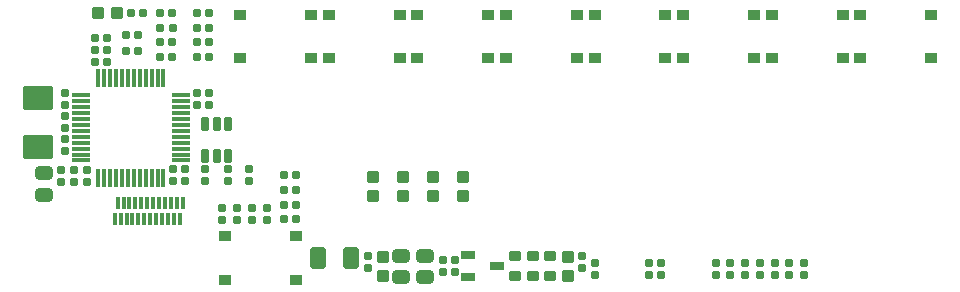
<source format=gbr>
%TF.GenerationSoftware,KiCad,Pcbnew,8.0.3*%
%TF.CreationDate,2024-07-18T08:41:48+12:00*%
%TF.ProjectId,USB Keypad,55534220-4b65-4797-9061-642e6b696361,rev?*%
%TF.SameCoordinates,Original*%
%TF.FileFunction,Paste,Top*%
%TF.FilePolarity,Positive*%
%FSLAX46Y46*%
G04 Gerber Fmt 4.6, Leading zero omitted, Abs format (unit mm)*
G04 Created by KiCad (PCBNEW 8.0.3) date 2024-07-18 08:41:48*
%MOMM*%
%LPD*%
G01*
G04 APERTURE LIST*
G04 Aperture macros list*
%AMRoundRect*
0 Rectangle with rounded corners*
0 $1 Rounding radius*
0 $2 $3 $4 $5 $6 $7 $8 $9 X,Y pos of 4 corners*
0 Add a 4 corners polygon primitive as box body*
4,1,4,$2,$3,$4,$5,$6,$7,$8,$9,$2,$3,0*
0 Add four circle primitives for the rounded corners*
1,1,$1+$1,$2,$3*
1,1,$1+$1,$4,$5*
1,1,$1+$1,$6,$7*
1,1,$1+$1,$8,$9*
0 Add four rect primitives between the rounded corners*
20,1,$1+$1,$2,$3,$4,$5,0*
20,1,$1+$1,$4,$5,$6,$7,0*
20,1,$1+$1,$6,$7,$8,$9,0*
20,1,$1+$1,$8,$9,$2,$3,0*%
G04 Aperture macros list end*
%ADD10RoundRect,0.225000X0.300000X-0.225000X0.300000X0.225000X-0.300000X0.225000X-0.300000X-0.225000X0*%
%ADD11RoundRect,0.225000X-0.325000X-0.225000X0.325000X-0.225000X0.325000X0.225000X-0.325000X0.225000X0*%
%ADD12RoundRect,0.160000X0.210000X-0.160000X0.210000X0.160000X-0.210000X0.160000X-0.210000X-0.160000X0*%
%ADD13RoundRect,0.160000X-0.210000X0.160000X-0.210000X-0.160000X0.210000X-0.160000X0.210000X0.160000X0*%
%ADD14RoundRect,0.160000X-0.160000X-0.210000X0.160000X-0.210000X0.160000X0.210000X-0.160000X0.210000X0*%
%ADD15RoundRect,0.050000X0.535001X0.300000X-0.535001X0.300000X-0.535001X-0.300000X0.535001X-0.300000X0*%
%ADD16RoundRect,0.160000X0.160000X0.210000X-0.160000X0.210000X-0.160000X-0.210000X0.160000X-0.210000X0*%
%ADD17RoundRect,0.050000X1.200000X-0.950000X1.200000X0.950000X-1.200000X0.950000X-1.200000X-0.950000X0*%
%ADD18RoundRect,0.274390X0.475610X-0.288110X0.475610X0.288110X-0.475610X0.288110X-0.475610X-0.288110X0*%
%ADD19RoundRect,0.274390X-0.475610X0.288110X-0.475610X-0.288110X0.475610X-0.288110X0.475610X0.288110X0*%
%ADD20RoundRect,0.050000X-0.150000X-0.475006X0.150000X-0.475006X0.150000X0.475006X-0.150000X0.475006X0*%
%ADD21RoundRect,0.165789X0.384211X-0.359211X0.384211X0.359211X-0.384211X0.359211X-0.384211X-0.359211X0*%
%ADD22RoundRect,0.270000X0.405000X0.655000X-0.405000X0.655000X-0.405000X-0.655000X0.405000X-0.655000X0*%
%ADD23O,1.600000X0.370003*%
%ADD24O,0.370003X1.600000*%
%ADD25RoundRect,0.175000X-0.175000X0.425000X-0.175000X-0.425000X0.175000X-0.425000X0.175000X0.425000X0*%
%ADD26RoundRect,0.165789X-0.359211X-0.384211X0.359211X-0.384211X0.359211X0.384211X-0.359211X0.384211X0*%
G04 APERTURE END LIST*
D10*
%TO.C,C12*%
X44000000Y-23275000D03*
X44000000Y-21625000D03*
%TD*%
D11*
%TO.C,SW7*%
X56750000Y-1150000D03*
X62750000Y-1150000D03*
X56750000Y-4850000D03*
X62750000Y-4850000D03*
%TD*%
D12*
%TO.C,R2*%
X16250000Y-15260000D03*
X16250000Y-14240000D03*
%TD*%
D13*
%TO.C,C10*%
X5200000Y-14290000D03*
X5200000Y-15310000D03*
%TD*%
%TO.C,C15*%
X15619900Y-7749900D03*
X15619900Y-8769900D03*
%TD*%
D14*
%TO.C,R26*%
X12490000Y-1000000D03*
X13510000Y-1000000D03*
%TD*%
D12*
%TO.C,R3*%
X18250000Y-15260000D03*
X18250000Y-14240000D03*
%TD*%
%TO.C,R28*%
X67000000Y-23210000D03*
X67000000Y-22190000D03*
%TD*%
D14*
%TO.C,R6*%
X12490000Y-4750000D03*
X13510000Y-4750000D03*
%TD*%
D11*
%TO.C,SW1*%
X18000000Y-19900000D03*
X24000000Y-19900000D03*
X18000000Y-23600000D03*
X24000000Y-23600000D03*
%TD*%
D15*
%TO.C,LDO1*%
X38529823Y-21500038D03*
X38529823Y-23399962D03*
X40999977Y-22450000D03*
%TD*%
D16*
%TO.C,C30*%
X13520000Y-2250000D03*
X12500000Y-2250000D03*
%TD*%
D12*
%TO.C,C7*%
X37400000Y-22960000D03*
X37400000Y-21940000D03*
%TD*%
D16*
%TO.C,C34*%
X10610000Y-2900000D03*
X9590000Y-2900000D03*
%TD*%
D13*
%TO.C,C38*%
X64500000Y-22190000D03*
X64500000Y-23210000D03*
%TD*%
D10*
%TO.C,C13*%
X42500000Y-23275000D03*
X42500000Y-21625000D03*
%TD*%
D17*
%TO.C,U2*%
X2099924Y-12349938D03*
X2099924Y-8249862D03*
%TD*%
D18*
%TO.C,C3*%
X34900000Y-23412500D03*
X34900000Y-21587500D03*
%TD*%
D11*
%TO.C,SW5*%
X41750000Y-1150000D03*
X47750000Y-1150000D03*
X41750000Y-4850000D03*
X47750000Y-4850000D03*
%TD*%
%TO.C,SW6*%
X49250000Y-1150000D03*
X55250000Y-1150000D03*
X49250000Y-4850000D03*
X55250000Y-4850000D03*
%TD*%
D13*
%TO.C,R5*%
X19000000Y-17490000D03*
X19000000Y-18510000D03*
%TD*%
D10*
%TO.C,C14*%
X45500000Y-23275000D03*
X45500000Y-21625000D03*
%TD*%
D12*
%TO.C,C9*%
X13599900Y-15259900D03*
X13599900Y-14239900D03*
%TD*%
D13*
%TO.C,C2*%
X6300000Y-14290000D03*
X6300000Y-15310000D03*
%TD*%
%TO.C,C1*%
X4400000Y-7790000D03*
X4400000Y-8810000D03*
%TD*%
D19*
%TO.C,FB1*%
X32900000Y-21587500D03*
X32900000Y-23412500D03*
%TD*%
D11*
%TO.C,SW9*%
X71750000Y-1150000D03*
X77750000Y-1150000D03*
X71750000Y-4850000D03*
X77750000Y-4850000D03*
%TD*%
D20*
%TO.C,J2*%
X8875159Y-17099089D03*
X9375032Y-17099089D03*
X9875159Y-17099089D03*
X10375032Y-17099089D03*
X10874905Y-17099089D03*
X11375032Y-17099089D03*
X11874905Y-17099089D03*
X12375032Y-17099089D03*
X12874905Y-17099089D03*
X13375032Y-17099089D03*
X13874905Y-17099089D03*
X14375032Y-17099089D03*
X14125095Y-18498886D03*
X13624968Y-18498886D03*
X13125095Y-18498886D03*
X12624968Y-18498886D03*
X12125095Y-18498886D03*
X11624968Y-18498886D03*
X11124841Y-18498886D03*
X10624968Y-18498886D03*
X10125095Y-18498886D03*
X9624968Y-18498886D03*
X9125095Y-18498886D03*
X8624968Y-18498886D03*
%TD*%
D14*
%TO.C,R20*%
X15590000Y-1000000D03*
X16610000Y-1000000D03*
%TD*%
D21*
%TO.C,LED4*%
X38100000Y-14910000D03*
X38100000Y-16510000D03*
%TD*%
D13*
%TO.C,R13*%
X20250000Y-17490000D03*
X20250000Y-18510000D03*
%TD*%
D16*
%TO.C,R17*%
X24010000Y-14750000D03*
X22990000Y-14750000D03*
%TD*%
%TO.C,R7*%
X11010000Y-1000000D03*
X9990000Y-1000000D03*
%TD*%
D12*
%TO.C,R8*%
X49250000Y-23210000D03*
X49250000Y-22190000D03*
%TD*%
D13*
%TO.C,R22*%
X48200000Y-21590000D03*
X48200000Y-22610000D03*
%TD*%
D11*
%TO.C,SW4*%
X34250000Y-1150000D03*
X40250000Y-1150000D03*
X34250000Y-4850000D03*
X40250000Y-4850000D03*
%TD*%
D12*
%TO.C,R9*%
X59500000Y-23200000D03*
X59500000Y-22180000D03*
%TD*%
%TO.C,R10*%
X53850000Y-23210000D03*
X53850000Y-22190000D03*
%TD*%
D21*
%TO.C,LED7*%
X33020000Y-14910000D03*
X33020000Y-16510000D03*
%TD*%
%TO.C,LED1*%
X31300000Y-21700000D03*
X31300000Y-23300000D03*
%TD*%
D22*
%TO.C,F1*%
X28650000Y-21750000D03*
X25850000Y-21750000D03*
%TD*%
D14*
%TO.C,C18*%
X6979900Y-3129900D03*
X7999900Y-3129900D03*
%TD*%
D21*
%TO.C,LED2*%
X47000000Y-21700000D03*
X47000000Y-23300000D03*
%TD*%
D11*
%TO.C,SW2*%
X19250000Y-1150000D03*
X25250000Y-1150000D03*
X19250000Y-4850000D03*
X25250000Y-4850000D03*
%TD*%
D12*
%TO.C,C5*%
X17750000Y-18510000D03*
X17750000Y-17490000D03*
%TD*%
D16*
%TO.C,R15*%
X24010000Y-18500000D03*
X22990000Y-18500000D03*
%TD*%
D13*
%TO.C,R14*%
X21500000Y-17490000D03*
X21500000Y-18510000D03*
%TD*%
D16*
%TO.C,R12*%
X24010000Y-16000000D03*
X22990000Y-16000000D03*
%TD*%
D23*
%TO.C,U1*%
X5749964Y-7999836D03*
X5749964Y-8499964D03*
X5749964Y-8999836D03*
X5749964Y-9499964D03*
X5749964Y-9999836D03*
X5749964Y-10499964D03*
X5749964Y-10999836D03*
X5749964Y-11499964D03*
X5749964Y-11999836D03*
X5749964Y-12499964D03*
X5749964Y-12999836D03*
X5749964Y-13499964D03*
D24*
X7249836Y-14999836D03*
X7749964Y-14999836D03*
X8249836Y-14999836D03*
X8749964Y-14999836D03*
X9249836Y-14999836D03*
X9749964Y-14999836D03*
X10249836Y-14999836D03*
X10749964Y-14999836D03*
X11249836Y-14999836D03*
X11749964Y-14999836D03*
X12249836Y-14999836D03*
X12749964Y-14999836D03*
D23*
X14249836Y-13499964D03*
X14249836Y-12999836D03*
X14249836Y-12499964D03*
X14249836Y-11999836D03*
X14249836Y-11499964D03*
X14249836Y-10999836D03*
X14249836Y-10499964D03*
X14249836Y-9999836D03*
X14249836Y-9499964D03*
X14249836Y-8999836D03*
X14249836Y-8499964D03*
X14249836Y-7999836D03*
D24*
X12749964Y-6499964D03*
X12249836Y-6499964D03*
X11749964Y-6499964D03*
X11249836Y-6499964D03*
X10749964Y-6499964D03*
X10249836Y-6499964D03*
X9749964Y-6499964D03*
X9249836Y-6499964D03*
X8749964Y-6499964D03*
X8249836Y-6499964D03*
X7749964Y-6499964D03*
X7249836Y-6499964D03*
%TD*%
D12*
%TO.C,C8*%
X36400000Y-22960000D03*
X36400000Y-21940000D03*
%TD*%
D13*
%TO.C,C11*%
X16619900Y-7749900D03*
X16619900Y-8769900D03*
%TD*%
D12*
%TO.C,C4*%
X14599900Y-15259900D03*
X14599900Y-14239900D03*
%TD*%
D11*
%TO.C,SW3*%
X26750000Y-1150000D03*
X32750000Y-1150000D03*
X26750000Y-4850000D03*
X32750000Y-4850000D03*
%TD*%
D12*
%TO.C,C6*%
X4400000Y-12710000D03*
X4400000Y-11690000D03*
%TD*%
D21*
%TO.C,LED5*%
X35560000Y-14910000D03*
X35560000Y-16510000D03*
%TD*%
D16*
%TO.C,C31*%
X13510000Y-3500000D03*
X12490000Y-3500000D03*
%TD*%
D14*
%TO.C,C16*%
X6989900Y-4139900D03*
X8009900Y-4139900D03*
%TD*%
D13*
%TO.C,C39*%
X65750000Y-22190000D03*
X65750000Y-23210000D03*
%TD*%
D21*
%TO.C,LED6*%
X30480000Y-14910000D03*
X30480000Y-16510000D03*
%TD*%
D16*
%TO.C,C35*%
X16610000Y-2250000D03*
X15590000Y-2250000D03*
%TD*%
D13*
%TO.C,R1*%
X4400000Y-9739900D03*
X4400000Y-10759900D03*
%TD*%
D16*
%TO.C,R16*%
X24010000Y-17250000D03*
X22990000Y-17250000D03*
%TD*%
%TO.C,C36*%
X16610000Y-3500000D03*
X15590000Y-3500000D03*
%TD*%
D14*
%TO.C,R21*%
X15590000Y-4750000D03*
X16610000Y-4750000D03*
%TD*%
D12*
%TO.C,R18*%
X30100000Y-22610000D03*
X30100000Y-21590000D03*
%TD*%
D19*
%TO.C,C33*%
X2600000Y-14587500D03*
X2600000Y-16412500D03*
%TD*%
D14*
%TO.C,R19*%
X9590000Y-4250000D03*
X10610000Y-4250000D03*
%TD*%
D12*
%TO.C,R11*%
X54900000Y-23200000D03*
X54900000Y-22180000D03*
%TD*%
D25*
%TO.C,ESD1*%
X16300038Y-13100013D03*
X17250000Y-13100013D03*
X18199962Y-13100013D03*
X18199962Y-10399987D03*
X17250000Y-10399987D03*
X16300038Y-10399987D03*
%TD*%
D12*
%TO.C,R24*%
X62000000Y-23210000D03*
X62000000Y-22190000D03*
%TD*%
%TO.C,R27*%
X63250000Y-23210000D03*
X63250000Y-22190000D03*
%TD*%
%TO.C,R4*%
X20000000Y-15260000D03*
X20000000Y-14240000D03*
%TD*%
D14*
%TO.C,C17*%
X6989900Y-5149900D03*
X8009900Y-5149900D03*
%TD*%
D13*
%TO.C,C32*%
X4100000Y-14290000D03*
X4100000Y-15310000D03*
%TD*%
D26*
%TO.C,LED3*%
X8800000Y-1000000D03*
X7200000Y-1000000D03*
%TD*%
D11*
%TO.C,SW8*%
X64250000Y-1150000D03*
X70250000Y-1150000D03*
X64250000Y-4850000D03*
X70250000Y-4850000D03*
%TD*%
D13*
%TO.C,C37*%
X60750000Y-22190000D03*
X60750000Y-23210000D03*
%TD*%
M02*

</source>
